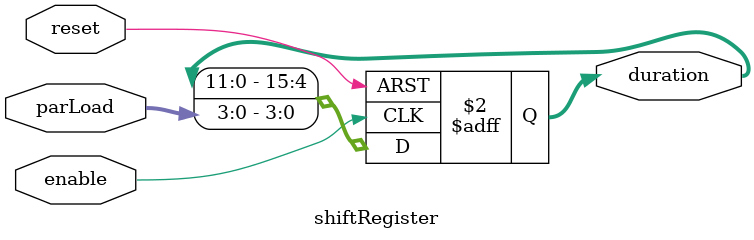
<source format=v>
`timescale 1ns/1ns
/* ECE241 FINAL PROJECT - Katelyn Lam (rev.2023-11-28)
   KeyboardConvertIn. To be chained with PS2 keyboard input module. 
                      Takes input from keyboard and converts to values of keyboardEnter, keyDuration, keyAutoMode
		Inputs
			- reset: Active high
			- keyIn: input (to connect to PS2 keyboard input module). Signifies when a key has been pressed.
			- keyHexIn: data value (to connect to PS2 keyboard input module). value of keyboard mapped to 8-bit value, represented in HEX.
			- checkLoad: state of whether enter is being checked (i.e. enable in INPUT_TIME, INPUT_HEAT_LEVEL states)
			- checkDuration: state of whether duration is being entered (i.e. enable in INPUT_TIME)
			- selectAuto: mode parameter (0 - manual, 1 for auto)

		Outputs
			- enterOut: HIGH when enter is pressed during a checkLoad state, otherwise latch on to previous value
			- durationOut: 16-bit output indicating cook time in seconds
			- autoOut: 3-bit automatic cook mode 
				- 000 – popcorn
				- 001 – potato
				- 010 – meat
				- 011 – veggies 
				- 100 - beverage
				- 101 – reheat
				- 110 – defrost
				- 111 – auto
			- autoSet: HIGH when valid key is pressed. Indicator for state transition from PROCESS_IN to an automatic mode

		Revisions:
			- For the shift register, did an enable to prevent against debounce
			
		- Take an enter, Wait 100ms and set to LOW.
*/
module keyboardConvertIn2 (reset, keyIn, keyHexIn, checkLoad, checkDuration, selectAuto, enterOut, durationOut,autoOut, autoSet, validDurKey);
	input reset, keyIn,checkLoad, checkDuration, selectAuto;
	input[7:0] keyHexIn;
	reg [3:0] durationAdded;
	output reg validDurKey;
	output reg enterOut;
	output wire [15:0] durationOut;
	output reg [2:0] autoOut;
	output reg autoSet;
	
	
	shiftRegister shiftReg(reset,validDurKey,durationAdded,durationOut);
	
	//only respond to reset or change in keyboard values
	always@(posedge keyIn, posedge reset)
	begin
		if(reset)
		begin
			enterOut <= 'b0;
			//durationOut <= 'b0;
			autoOut <= 'b0;
			validDurKey <= 'b0;
			durationAdded <= 'b0;
		end
		else
		begin
			if(checkLoad) //check for enter pressed
				enterOut <= (keyHexIn == 8'h5A) ? 1'b1 : 1'b0;

			//while enter is not pressed, but duration is being entered, use a shift register
			//to save last 4 keys user entered, store as 16-bit number
			if(checkDuration)
			begin
				case(keyHexIn)
					8'h69: begin
						durationAdded <= 4'd1;
						enterOut <= 1'b0;
						validDurKey <= ~validDurKey;
					end
					8'h72: begin
						durationAdded <= 4'd2;
						enterOut <= 1'b0;
						validDurKey <= ~validDurKey;
					end
					8'h7A: begin
						durationAdded <= 4'd3;
						enterOut <= 1'b0;
						validDurKey <= ~validDurKey;
					end
					8'h6B: begin
						durationAdded <= 4'd4;
						enterOut <= 1'b0;
						validDurKey <= ~validDurKey;
					end
					8'h73: begin
						durationAdded <= 4'd5;
						enterOut <= 1'b0;
						validDurKey <= ~validDurKey;
					end
					8'h74: begin
						durationAdded <= 4'd6;
						enterOut <= 1'b0;
						validDurKey <= ~validDurKey;
					end
					8'h6C: begin
						durationAdded <= 4'd7;
						enterOut <= 1'b0;
						validDurKey <= ~validDurKey;
					end
					8'h75: begin
						durationAdded <= 4'd8;
						enterOut <= 1'b0;
						validDurKey <= ~validDurKey;
					end
					8'h7D: begin
						durationAdded <= 4'd9;
						enterOut <= 1'b0;
						validDurKey <= ~validDurKey;
					end
					8'h70: begin
						durationAdded <= 4'd0;
						enterOut <= 1'b0;
						validDurKey <= ~validDurKey;
					end
					8'h5A: begin
						validDurKey <= 'b0;
						enterOut <= 1'b1;
					end
					default: begin
						validDurKey <= 'b0;
						enterOut <= 1'b0;
					end
				endcase
			end
			
			//select automatic mode. If key is erroneous, set autoSet to 0. 
			//PROCESS_IN remains waits until valid key pressed
			if(selectAuto) 
			begin
				case(keyHexIn)
					8'h4D: begin
						autoOut <= 3'b000;
						autoSet <= 1'b1;
					end
					8'h44: begin
						autoOut <= 3'b001;
						autoSet <= 1'b1;
					end
					8'h3A: begin
						autoOut <= 3'b010;
						autoSet <= 1'b1;
					end
					8'h2A: begin
						autoOut <= 3'b011;
						autoSet <= 1'b1;
					end
					8'h32: begin
						autoOut <= 3'b100;
						autoSet <= 1'b1;
					end
					8'h2D: begin
						autoOut <= 3'b101;
						autoSet <= 1'b1;
					end
					8'h23: begin
						autoOut <= 3'b110;
						autoSet <= 1'b1;
					end
					8'h1C: begin
						autoOut <= 3'b111;
						autoSet <= 1'b1;
					end
					default:begin
						autoOut <= 3'b000;
						autoSet <= 1'b0;
					end
				endcase
			end
			else
				autoSet <= 1'b0; //ensure that PROCESS_IN is not bypassed if valid keys pressed in other states
		end
	end
endmodule

module shiftRegister(reset,enable,parLoad,duration);
	input reset, enable;
	input [4:0] parLoad;
	output reg [15:0] duration;
	
	always@(posedge enable, posedge reset)
	begin
		if(reset)
			duration<= 'b0;
		else
		begin
			if(enable)
			begin
				duration[15:12] <= duration[11:8];
				duration[11:8] <= duration[7:4];
				duration[7:4] <= duration[3:0];
				duration[3:0] <= parLoad;
			end
		end
	end
endmodule
				

</source>
